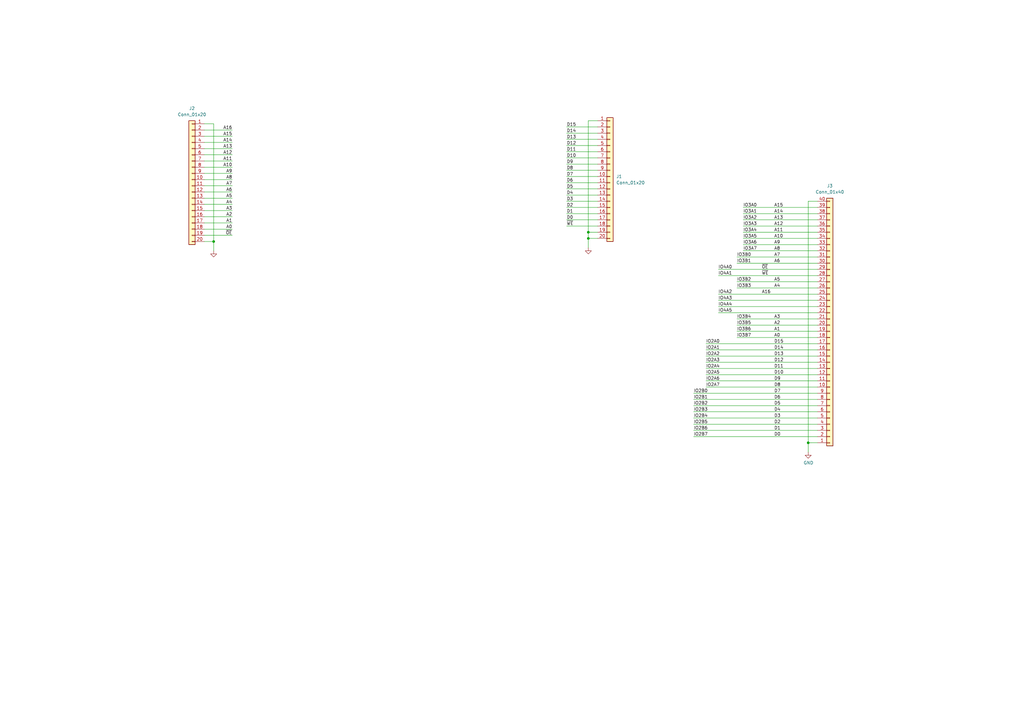
<source format=kicad_sch>
(kicad_sch (version 20211123) (generator eeschema)
  (paper "A3")
  (lib_symbols
    (symbol "Connector_Generic:Conn_01x20" (pin_names (offset 1.016) hide)
      (property "Reference" "J" (at 0 25.4 0))
      (property "Value" "Conn_01x20" (at 0 -27.94 0))
      (symbol "Conn_01x20_1_1"
        (rectangle (start -1.27 -25.273) (end 0 -25.527) (stroke (width 0.1524)))
        (rectangle (start -1.27 -22.733) (end 0 -22.987) (stroke (width 0.1524)))
        (rectangle (start -1.27 -20.193) (end 0 -20.447) (stroke (width 0.1524)))
        (rectangle (start -1.27 -17.653) (end 0 -17.907) (stroke (width 0.1524)))
        (rectangle (start -1.27 -15.113) (end 0 -15.367) (stroke (width 0.1524)))
        (rectangle (start -1.27 -12.573) (end 0 -12.827) (stroke (width 0.1524)))
        (rectangle (start -1.27 -10.033) (end 0 -10.287) (stroke (width 0.1524)))
        (rectangle (start -1.27 -7.493) (end 0 -7.747) (stroke (width 0.1524)))
        (rectangle (start -1.27 -4.953) (end 0 -5.207) (stroke (width 0.1524)))
        (rectangle (start -1.27 -2.413) (end 0 -2.667) (stroke (width 0.1524)))
        (rectangle (start -1.27 0.127) (end 0 -0.127) (stroke (width 0.1524)))
        (rectangle (start -1.27 2.667) (end 0 2.413) (stroke (width 0.1524)))
        (rectangle (start -1.27 5.207) (end 0 4.953) (stroke (width 0.1524)))
        (rectangle (start -1.27 7.747) (end 0 7.493) (stroke (width 0.1524)))
        (rectangle (start -1.27 10.287) (end 0 10.033) (stroke (width 0.1524)))
        (rectangle (start -1.27 12.827) (end 0 12.573) (stroke (width 0.1524)))
        (rectangle (start -1.27 15.367) (end 0 15.113) (stroke (width 0.1524)))
        (rectangle (start -1.27 17.907) (end 0 17.653) (stroke (width 0.1524)))
        (rectangle (start -1.27 20.447) (end 0 20.193) (stroke (width 0.1524)))
        (rectangle (start -1.27 22.987) (end 0 22.733) (stroke (width 0.1524)))
        (rectangle (start -1.27 24.13) (end 1.27 -26.67) (stroke (width 0.254)) (fill (type background)))
        (pin passive line (at -5.08 22.86 0) (length 3.81) (name "Pin_1") (number "1"))
        (pin passive line (at -5.08 0 0) (length 3.81) (name "Pin_10") (number "10"))
        (pin passive line (at -5.08 -2.54 0) (length 3.81) (name "Pin_11") (number "11"))
        (pin passive line (at -5.08 -5.08 0) (length 3.81) (name "Pin_12") (number "12"))
        (pin passive line (at -5.08 -7.62 0) (length 3.81) (name "Pin_13") (number "13"))
        (pin passive line (at -5.08 -10.16 0) (length 3.81) (name "Pin_14") (number "14"))
        (pin passive line (at -5.08 -12.7 0) (length 3.81) (name "Pin_15") (number "15"))
        (pin passive line (at -5.08 -15.24 0) (length 3.81) (name "Pin_16") (number "16"))
        (pin passive line (at -5.08 -17.78 0) (length 3.81) (name "Pin_17") (number "17"))
        (pin passive line (at -5.08 -20.32 0) (length 3.81) (name "Pin_18") (number "18"))
        (pin passive line (at -5.08 -22.86 0) (length 3.81) (name "Pin_19") (number "19"))
        (pin passive line (at -5.08 20.32 0) (length 3.81) (name "Pin_2") (number "2"))
        (pin passive line (at -5.08 -25.4 0) (length 3.81) (name "Pin_20") (number "20"))
        (pin passive line (at -5.08 17.78 0) (length 3.81) (name "Pin_3") (number "3"))
        (pin passive line (at -5.08 15.24 0) (length 3.81) (name "Pin_4") (number "4"))
        (pin passive line (at -5.08 12.7 0) (length 3.81) (name "Pin_5") (number "5"))
        (pin passive line (at -5.08 10.16 0) (length 3.81) (name "Pin_6") (number "6"))
        (pin passive line (at -5.08 7.62 0) (length 3.81) (name "Pin_7") (number "7"))
        (pin passive line (at -5.08 5.08 0) (length 3.81) (name "Pin_8") (number "8"))
        (pin passive line (at -5.08 2.54 0) (length 3.81) (name "Pin_9") (number "9"))
      )
    )
    (symbol "Connector_Generic:Conn_01x40" (pin_names (offset 1.016) hide)
      (property "Reference" "J" (at 0 50.8 0))
      (property "Value" "Conn_01x40" (at 0 -53.34 0))
      (symbol "Conn_01x40_1_1"
        (rectangle (start -1.27 -50.673) (end 0 -50.927) (stroke (width 0.1524)))
        (rectangle (start -1.27 -48.133) (end 0 -48.387) (stroke (width 0.1524)))
        (rectangle (start -1.27 -45.593) (end 0 -45.847) (stroke (width 0.1524)))
        (rectangle (start -1.27 -43.053) (end 0 -43.307) (stroke (width 0.1524)))
        (rectangle (start -1.27 -40.513) (end 0 -40.767) (stroke (width 0.1524)))
        (rectangle (start -1.27 -37.973) (end 0 -38.227) (stroke (width 0.1524)))
        (rectangle (start -1.27 -35.433) (end 0 -35.687) (stroke (width 0.1524)))
        (rectangle (start -1.27 -32.893) (end 0 -33.147) (stroke (width 0.1524)))
        (rectangle (start -1.27 -30.353) (end 0 -30.607) (stroke (width 0.1524)))
        (rectangle (start -1.27 -27.813) (end 0 -28.067) (stroke (width 0.1524)))
        (rectangle (start -1.27 -25.273) (end 0 -25.527) (stroke (width 0.1524)))
        (rectangle (start -1.27 -22.733) (end 0 -22.987) (stroke (width 0.1524)))
        (rectangle (start -1.27 -20.193) (end 0 -20.447) (stroke (width 0.1524)))
        (rectangle (start -1.27 -17.653) (end 0 -17.907) (stroke (width 0.1524)))
        (rectangle (start -1.27 -15.113) (end 0 -15.367) (stroke (width 0.1524)))
        (rectangle (start -1.27 -12.573) (end 0 -12.827) (stroke (width 0.1524)))
        (rectangle (start -1.27 -10.033) (end 0 -10.287) (stroke (width 0.1524)))
        (rectangle (start -1.27 -7.493) (end 0 -7.747) (stroke (width 0.1524)))
        (rectangle (start -1.27 -4.953) (end 0 -5.207) (stroke (width 0.1524)))
        (rectangle (start -1.27 -2.413) (end 0 -2.667) (stroke (width 0.1524)))
        (rectangle (start -1.27 0.127) (end 0 -0.127) (stroke (width 0.1524)))
        (rectangle (start -1.27 2.667) (end 0 2.413) (stroke (width 0.1524)))
        (rectangle (start -1.27 5.207) (end 0 4.953) (stroke (width 0.1524)))
        (rectangle (start -1.27 7.747) (end 0 7.493) (stroke (width 0.1524)))
        (rectangle (start -1.27 10.287) (end 0 10.033) (stroke (width 0.1524)))
        (rectangle (start -1.27 12.827) (end 0 12.573) (stroke (width 0.1524)))
        (rectangle (start -1.27 15.367) (end 0 15.113) (stroke (width 0.1524)))
        (rectangle (start -1.27 17.907) (end 0 17.653) (stroke (width 0.1524)))
        (rectangle (start -1.27 20.447) (end 0 20.193) (stroke (width 0.1524)))
        (rectangle (start -1.27 22.987) (end 0 22.733) (stroke (width 0.1524)))
        (rectangle (start -1.27 25.527) (end 0 25.273) (stroke (width 0.1524)))
        (rectangle (start -1.27 28.067) (end 0 27.813) (stroke (width 0.1524)))
        (rectangle (start -1.27 30.607) (end 0 30.353) (stroke (width 0.1524)))
        (rectangle (start -1.27 33.147) (end 0 32.893) (stroke (width 0.1524)))
        (rectangle (start -1.27 35.687) (end 0 35.433) (stroke (width 0.1524)))
        (rectangle (start -1.27 38.227) (end 0 37.973) (stroke (width 0.1524)))
        (rectangle (start -1.27 40.767) (end 0 40.513) (stroke (width 0.1524)))
        (rectangle (start -1.27 43.307) (end 0 43.053) (stroke (width 0.1524)))
        (rectangle (start -1.27 45.847) (end 0 45.593) (stroke (width 0.1524)))
        (rectangle (start -1.27 48.387) (end 0 48.133) (stroke (width 0.1524)))
        (rectangle (start -1.27 49.53) (end 1.27 -52.07) (stroke (width 0.254)) (fill (type background)))
        (pin passive line (at -5.08 48.26 0) (length 3.81) (name "Pin_1") (number "1"))
        (pin passive line (at -5.08 25.4 0) (length 3.81) (name "Pin_10") (number "10"))
        (pin passive line (at -5.08 22.86 0) (length 3.81) (name "Pin_11") (number "11"))
        (pin passive line (at -5.08 20.32 0) (length 3.81) (name "Pin_12") (number "12"))
        (pin passive line (at -5.08 17.78 0) (length 3.81) (name "Pin_13") (number "13"))
        (pin passive line (at -5.08 15.24 0) (length 3.81) (name "Pin_14") (number "14"))
        (pin passive line (at -5.08 12.7 0) (length 3.81) (name "Pin_15") (number "15"))
        (pin passive line (at -5.08 10.16 0) (length 3.81) (name "Pin_16") (number "16"))
        (pin passive line (at -5.08 7.62 0) (length 3.81) (name "Pin_17") (number "17"))
        (pin passive line (at -5.08 5.08 0) (length 3.81) (name "Pin_18") (number "18"))
        (pin passive line (at -5.08 2.54 0) (length 3.81) (name "Pin_19") (number "19"))
        (pin passive line (at -5.08 45.72 0) (length 3.81) (name "Pin_2") (number "2"))
        (pin passive line (at -5.08 0 0) (length 3.81) (name "Pin_20") (number "20"))
        (pin passive line (at -5.08 -2.54 0) (length 3.81) (name "Pin_21") (number "21"))
        (pin passive line (at -5.08 -5.08 0) (length 3.81) (name "Pin_22") (number "22"))
        (pin passive line (at -5.08 -7.62 0) (length 3.81) (name "Pin_23") (number "23"))
        (pin passive line (at -5.08 -10.16 0) (length 3.81) (name "Pin_24") (number "24"))
        (pin passive line (at -5.08 -12.7 0) (length 3.81) (name "Pin_25") (number "25"))
        (pin passive line (at -5.08 -15.24 0) (length 3.81) (name "Pin_26") (number "26"))
        (pin passive line (at -5.08 -17.78 0) (length 3.81) (name "Pin_27") (number "27"))
        (pin passive line (at -5.08 -20.32 0) (length 3.81) (name "Pin_28") (number "28"))
        (pin passive line (at -5.08 -22.86 0) (length 3.81) (name "Pin_29") (number "29"))
        (pin passive line (at -5.08 43.18 0) (length 3.81) (name "Pin_3") (number "3"))
        (pin passive line (at -5.08 -25.4 0) (length 3.81) (name "Pin_30") (number "30"))
        (pin passive line (at -5.08 -27.94 0) (length 3.81) (name "Pin_31") (number "31"))
        (pin passive line (at -5.08 -30.48 0) (length 3.81) (name "Pin_32") (number "32"))
        (pin passive line (at -5.08 -33.02 0) (length 3.81) (name "Pin_33") (number "33"))
        (pin passive line (at -5.08 -35.56 0) (length 3.81) (name "Pin_34") (number "34"))
        (pin passive line (at -5.08 -38.1 0) (length 3.81) (name "Pin_35") (number "35"))
        (pin passive line (at -5.08 -40.64 0) (length 3.81) (name "Pin_36") (number "36"))
        (pin passive line (at -5.08 -43.18 0) (length 3.81) (name "Pin_37") (number "37"))
        (pin passive line (at -5.08 -45.72 0) (length 3.81) (name "Pin_38") (number "38"))
        (pin passive line (at -5.08 -48.26 0) (length 3.81) (name "Pin_39") (number "39"))
        (pin passive line (at -5.08 40.64 0) (length 3.81) (name "Pin_4") (number "4"))
        (pin passive line (at -5.08 -50.8 0) (length 3.81) (name "Pin_40") (number "40"))
        (pin passive line (at -5.08 38.1 0) (length 3.81) (name "Pin_5") (number "5"))
        (pin passive line (at -5.08 35.56 0) (length 3.81) (name "Pin_6") (number "6"))
        (pin passive line (at -5.08 33.02 0) (length 3.81) (name "Pin_7") (number "7"))
        (pin passive line (at -5.08 30.48 0) (length 3.81) (name "Pin_8") (number "8"))
        (pin passive line (at -5.08 27.94 0) (length 3.81) (name "Pin_9") (number "9"))
      )
    )
    (symbol "power:GND" (power) (pin_names (offset 0))
      (property "Value" "GND" (at 0 -3.81 0))
      (symbol "GND_0_1"
        (polyline (pts (xy 0 0) (xy 0 -1.27) (xy 1.27 -1.27) (xy 0 -2.54) (xy -1.27 -1.27) (xy 0 -1.27)))
      )
      (symbol "GND_1_1"
        (pin power_in line (at 0 0 270) (length 0) hide (name "GND") (number "1"))
      )
    )
  )
  (junction (at 87.63 99.06))
  (junction (at 331.47 181.61))
  (junction (at 241.3 95.25))
  (junction (at 241.3 97.79))
  (wire (pts (xy 302.26 105.41) (xy 335.28 105.41)))
  (wire (pts (xy 83.82 83.82) (xy 95.25 83.82)))
  (wire (pts (xy 284.48 168.91) (xy 335.28 168.91)))
  (wire (pts (xy 241.3 95.25) (xy 241.3 97.79)))
  (wire (pts (xy 335.28 92.71) (xy 304.8 92.71)))
  (wire (pts (xy 83.82 88.9) (xy 95.25 88.9)))
  (wire (pts (xy 284.48 166.37) (xy 335.28 166.37)))
  (wire (pts (xy 331.47 181.61) (xy 331.47 185.42)))
  (wire (pts (xy 241.3 97.79) (xy 241.3 101.6)))
  (wire (pts (xy 289.56 143.51) (xy 335.28 143.51)))
  (wire (pts (xy 83.82 55.88) (xy 95.25 55.88)))
  (wire (pts (xy 83.82 93.98) (xy 95.25 93.98)))
  (wire (pts (xy 83.82 78.74) (xy 95.25 78.74)))
  (wire (pts (xy 232.41 59.69) (xy 245.11 59.69)))
  (wire (pts (xy 232.41 85.09) (xy 245.11 85.09)))
  (wire (pts (xy 335.28 128.27) (xy 294.64 128.27)))
  (wire (pts (xy 83.82 63.5) (xy 95.25 63.5)))
  (wire (pts (xy 241.3 97.79) (xy 245.11 97.79)))
  (wire (pts (xy 304.8 100.33) (xy 335.28 100.33)))
  (wire (pts (xy 232.41 82.55) (xy 245.11 82.55)))
  (wire (pts (xy 284.48 161.29) (xy 335.28 161.29)))
  (wire (pts (xy 302.26 138.43) (xy 335.28 138.43)))
  (wire (pts (xy 83.82 66.04) (xy 95.25 66.04)))
  (wire (pts (xy 232.41 72.39) (xy 245.11 72.39)))
  (wire (pts (xy 302.26 107.95) (xy 335.28 107.95)))
  (wire (pts (xy 304.8 97.79) (xy 335.28 97.79)))
  (wire (pts (xy 294.64 125.73) (xy 335.28 125.73)))
  (wire (pts (xy 232.41 80.01) (xy 245.11 80.01)))
  (wire (pts (xy 232.41 52.07) (xy 245.11 52.07)))
  (wire (pts (xy 331.47 181.61) (xy 331.47 82.55)))
  (wire (pts (xy 302.26 118.11) (xy 335.28 118.11)))
  (wire (pts (xy 87.63 99.06) (xy 83.82 99.06)))
  (wire (pts (xy 83.82 50.8) (xy 87.63 50.8)))
  (wire (pts (xy 302.26 130.81) (xy 335.28 130.81)))
  (wire (pts (xy 335.28 146.05) (xy 289.56 146.05)))
  (wire (pts (xy 294.64 110.49) (xy 335.28 110.49)))
  (wire (pts (xy 83.82 60.96) (xy 95.25 60.96)))
  (wire (pts (xy 83.82 53.34) (xy 95.25 53.34)))
  (wire (pts (xy 83.82 68.58) (xy 95.25 68.58)))
  (wire (pts (xy 335.28 181.61) (xy 331.47 181.61)))
  (wire (pts (xy 302.26 133.35) (xy 335.28 133.35)))
  (wire (pts (xy 335.28 153.67) (xy 289.56 153.67)))
  (wire (pts (xy 304.8 90.17) (xy 335.28 90.17)))
  (wire (pts (xy 284.48 171.45) (xy 335.28 171.45)))
  (wire (pts (xy 83.82 73.66) (xy 95.25 73.66)))
  (wire (pts (xy 335.28 113.03) (xy 294.64 113.03)))
  (wire (pts (xy 289.56 148.59) (xy 335.28 148.59)))
  (wire (pts (xy 302.26 135.89) (xy 335.28 135.89)))
  (wire (pts (xy 232.41 57.15) (xy 245.11 57.15)))
  (wire (pts (xy 289.56 156.21) (xy 335.28 156.21)))
  (wire (pts (xy 284.48 176.53) (xy 335.28 176.53)))
  (wire (pts (xy 232.41 54.61) (xy 245.11 54.61)))
  (wire (pts (xy 83.82 81.28) (xy 95.25 81.28)))
  (wire (pts (xy 241.3 95.25) (xy 245.11 95.25)))
  (wire (pts (xy 284.48 179.07) (xy 335.28 179.07)))
  (wire (pts (xy 232.41 87.63) (xy 245.11 87.63)))
  (wire (pts (xy 87.63 50.8) (xy 87.63 99.06)))
  (wire (pts (xy 294.64 120.65) (xy 335.28 120.65)))
  (wire (pts (xy 232.41 64.77) (xy 245.11 64.77)))
  (wire (pts (xy 232.41 67.31) (xy 245.11 67.31)))
  (wire (pts (xy 335.28 151.13) (xy 289.56 151.13)))
  (wire (pts (xy 304.8 95.25) (xy 335.28 95.25)))
  (wire (pts (xy 232.41 74.93) (xy 245.11 74.93)))
  (wire (pts (xy 289.56 158.75) (xy 335.28 158.75)))
  (wire (pts (xy 232.41 69.85) (xy 245.11 69.85)))
  (wire (pts (xy 331.47 82.55) (xy 335.28 82.55)))
  (wire (pts (xy 83.82 86.36) (xy 95.25 86.36)))
  (wire (pts (xy 335.28 87.63) (xy 304.8 87.63)))
  (wire (pts (xy 304.8 102.87) (xy 335.28 102.87)))
  (wire (pts (xy 232.41 77.47) (xy 245.11 77.47)))
  (wire (pts (xy 241.3 49.53) (xy 245.11 49.53)))
  (wire (pts (xy 335.28 140.97) (xy 289.56 140.97)))
  (wire (pts (xy 241.3 95.25) (xy 241.3 49.53)))
  (wire (pts (xy 335.28 123.19) (xy 294.64 123.19)))
  (wire (pts (xy 232.41 62.23) (xy 245.11 62.23)))
  (wire (pts (xy 83.82 76.2) (xy 95.25 76.2)))
  (wire (pts (xy 232.41 92.71) (xy 245.11 92.71)))
  (wire (pts (xy 83.82 91.44) (xy 95.25 91.44)))
  (wire (pts (xy 302.26 115.57) (xy 335.28 115.57)))
  (wire (pts (xy 83.82 58.42) (xy 95.25 58.42)))
  (wire (pts (xy 87.63 99.06) (xy 87.63 102.87)))
  (wire (pts (xy 232.41 90.17) (xy 245.11 90.17)))
  (wire (pts (xy 83.82 71.12) (xy 95.25 71.12)))
  (wire (pts (xy 83.82 96.52) (xy 95.25 96.52)))
  (wire (pts (xy 284.48 163.83) (xy 335.28 163.83)))
  (wire (pts (xy 284.48 173.99) (xy 335.28 173.99)))
  (wire (pts (xy 304.8 85.09) (xy 335.28 85.09)))
  (label "A1" (at 317.5 135.89 0))
  (label "D0" (at 232.41 90.17 0))
  (label "IO2A4" (at 289.56 151.13 0))
  (label "D12" (at 317.5 148.59 0))
  (label "IO3A0" (at 304.8 85.09 0))
  (label "IO3B2" (at 302.26 115.57 0))
  (label "IO3A6" (at 304.8 100.33 0))
  (label "D8" (at 317.5 158.75 0))
  (label "IO4A1" (at 294.64 113.03 0))
  (label "A1" (at 95.25 91.44 180))
  (label "A8" (at 317.5 102.87 0))
  (label "IO3A3" (at 304.8 92.71 0))
  (label "A10" (at 95.25 68.58 180))
  (label "D7" (at 317.5 161.29 0))
  (label "IO2B5" (at 284.48 173.99 0))
  (label "A16" (at 95.25 53.34 180))
  (label "A15" (at 95.25 55.88 180))
  (label "D3" (at 232.41 82.55 0))
  (label "D13" (at 317.5 146.05 0))
  (label "A6" (at 95.25 78.74 180))
  (label "A13" (at 95.25 60.96 180))
  (label "IO3B5" (at 302.26 133.35 0))
  (label "IO2A7" (at 289.56 158.75 0))
  (label "IO2A2" (at 289.56 146.05 0))
  (label "IO3B0" (at 302.26 105.41 0))
  (label "D12" (at 232.41 59.69 0))
  (label "D8" (at 232.41 69.85 0))
  (label "IO2A0" (at 289.56 140.97 0))
  (label "D3" (at 317.5 171.45 0))
  (label "A7" (at 317.5 105.41 0))
  (label "D15" (at 232.41 52.07 0))
  (label "A14" (at 95.25 58.42 180))
  (label "A5" (at 317.5 115.57 0))
  (label "D2" (at 232.41 85.09 0))
  (label "A16" (at 312.42 120.65 0))
  (label "A13" (at 317.5 90.17 0))
  (label "D5" (at 317.5 166.37 0))
  (label "D1" (at 232.41 87.63 0))
  (label "IO3B3" (at 302.26 118.11 0))
  (label "~{OE}" (at 312.42 110.49 0))
  (label "D5" (at 232.41 77.47 0))
  (label "IO3A7" (at 304.8 102.87 0))
  (label "A12" (at 317.5 92.71 0))
  (label "A5" (at 95.25 81.28 180))
  (label "A7" (at 95.25 76.2 180))
  (label "IO2A1" (at 289.56 143.51 0))
  (label "D2" (at 317.5 173.99 0))
  (label "D6" (at 317.5 163.83 0))
  (label "IO4A5" (at 294.64 128.27 0))
  (label "A6" (at 317.5 107.95 0))
  (label "A10" (at 317.5 97.79 0))
  (label "D4" (at 232.41 80.01 0))
  (label "IO2A5" (at 289.56 153.67 0))
  (label "D10" (at 317.5 153.67 0))
  (label "D4" (at 317.5 168.91 0))
  (label "D14" (at 317.5 143.51 0))
  (label "A9" (at 95.25 71.12 180))
  (label "IO3A1" (at 304.8 87.63 0))
  (label "IO3B7" (at 302.26 138.43 0))
  (label "A2" (at 317.5 133.35 0))
  (label "D13" (at 232.41 57.15 0))
  (label "D11" (at 317.5 151.13 0))
  (label "IO2B3" (at 284.48 168.91 0))
  (label "IO2B0" (at 284.48 161.29 0))
  (label "A11" (at 95.25 66.04 180))
  (label "IO2B2" (at 284.48 166.37 0))
  (label "A0" (at 95.25 93.98 180))
  (label "D7" (at 232.41 72.39 0))
  (label "IO4A2" (at 294.64 120.65 0))
  (label "A3" (at 95.25 86.36 180))
  (label "A8" (at 95.25 73.66 180))
  (label "D9" (at 232.41 67.31 0))
  (label "D11" (at 232.41 62.23 0))
  (label "A0" (at 317.5 138.43 0))
  (label "IO2B1" (at 284.48 163.83 0))
  (label "~{WE}" (at 232.41 92.71 0))
  (label "IO4A3" (at 294.64 123.19 0))
  (label "D14" (at 232.41 54.61 0))
  (label "~{WE}" (at 312.42 113.03 0))
  (label "IO2B4" (at 284.48 171.45 0))
  (label "IO3A4" (at 304.8 95.25 0))
  (label "IO3B1" (at 302.26 107.95 0))
  (label "A15" (at 317.5 85.09 0))
  (label "A4" (at 95.25 83.82 180))
  (label "IO2A6" (at 289.56 156.21 0))
  (label "~{OE}" (at 95.25 96.52 180))
  (label "D10" (at 232.41 64.77 0))
  (label "IO2B7" (at 284.48 179.07 0))
  (label "IO4A4" (at 294.64 125.73 0))
  (label "IO2A3" (at 289.56 148.59 0))
  (label "D0" (at 317.5 179.07 0))
  (label "D9" (at 317.5 156.21 0))
  (label "A2" (at 95.25 88.9 180))
  (label "A12" (at 95.25 63.5 180))
  (label "IO3B4" (at 302.26 130.81 0))
  (label "A3" (at 317.5 130.81 0))
  (label "A9" (at 317.5 100.33 0))
  (label "D15" (at 317.5 140.97 0))
  (label "IO3A2" (at 304.8 90.17 0))
  (label "D1" (at 317.5 176.53 0))
  (label "IO4A0" (at 294.64 110.49 0))
  (label "D6" (at 232.41 74.93 0))
  (label "IO3B6" (at 302.26 135.89 0))
  (label "IO2B6" (at 284.48 176.53 0))
  (label "A14" (at 317.5 87.63 0))
  (label "A4" (at 317.5 118.11 0))
  (label "IO3A5" (at 304.8 97.79 0))
  (label "A11" (at 317.5 95.25 0))
  (symbol (lib_id "Connector_Generic:Conn_01x20") (at 250.19 72.39 0) (unit 1)
    (property "Reference" "J1" (at 252.73 72.3899 0) (effects (justify left)))
    (property "Value" "Conn_01x20" (at 252.73 74.9299 0) (effects (justify left)))
    (property "Footprint" "Connector_PinSocket_2.54mm:PinSocket_2x10_P2.54mm_Vertical" (effects hide))
  )
  (symbol (lib_id "power:GND") (at 241.3 101.6 0) (unit 1)
    (property "Reference" "#PWR04" (effects hide))
    (property "Value" "GND" (effects hide))
  )
  (symbol (lib_id "power:GND") (at 87.63 102.87 0) (unit 1)
    (property "Reference" "#PWR05" (effects hide))
    (property "Value" "GND" (effects hide))
  )
  (symbol (lib_id "power:GND") (at 331.47 185.42 0) (unit 1)
    (property "Reference" "#PWR01" (effects hide))
    (property "Value" "GND" (at 331.597 189.8142 0))
  )
  (symbol (lib_id "Connector_Generic:Conn_01x20") (at 78.74 73.66 0) (mirror y) (unit 1)
    (property "Reference" "J2" (at 78.74 44.45 0))
    (property "Value" "Conn_01x20" (at 78.74 46.99 0))
    (property "Footprint" "Connector_PinSocket_2.54mm:PinSocket_2x10_P2.54mm_Vertical" (effects hide))
  )
  (symbol (lib_id "Connector_Generic:Conn_01x40") (at 340.36 133.35 0) (mirror x) (unit 1)
    (property "Reference" "J3" (at 340.36 76.2 0))
    (property "Value" "Conn_01x40" (at 340.36 78.74 0))
    (property "Footprint" "Connector_IDC:IDC-Header_2x20_P2.54mm_Vertical" (effects hide))
  )
)
</source>
